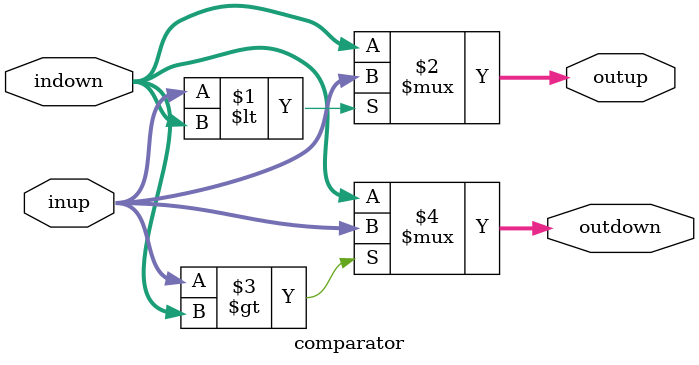
<source format=v>
`default_nettype none

module comparator(input wire [31:0] inup, indown,
                  output wire [31:0] outup, outdown);

    assign outup = (inup < indown) ? inup : indown;
    assign outdown = (inup > indown) ? inup : indown;

endmodule

`default_nettype wire
</source>
